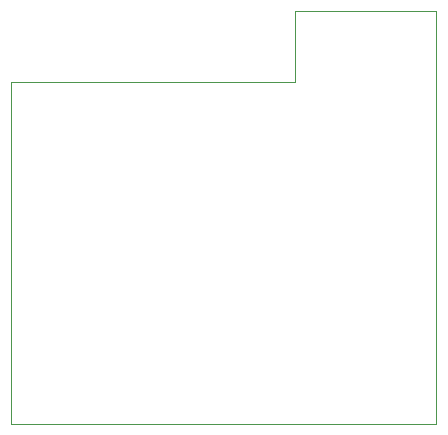
<source format=gbr>
%TF.GenerationSoftware,KiCad,Pcbnew,(5.1.9-0-10_14)*%
%TF.CreationDate,2021-06-19T14:41:24+01:00*%
%TF.ProjectId,Bell,42656c6c-2e6b-4696-9361-645f70636258,1*%
%TF.SameCoordinates,Original*%
%TF.FileFunction,Profile,NP*%
%FSLAX46Y46*%
G04 Gerber Fmt 4.6, Leading zero omitted, Abs format (unit mm)*
G04 Created by KiCad (PCBNEW (5.1.9-0-10_14)) date 2021-06-19 14:41:24*
%MOMM*%
%LPD*%
G01*
G04 APERTURE LIST*
%TA.AperFunction,Profile*%
%ADD10C,0.100000*%
%TD*%
G04 APERTURE END LIST*
D10*
X108000000Y-68000000D02*
X108000000Y-33000000D01*
X72000000Y-68000000D02*
X108000000Y-68000000D01*
X72000000Y-39000000D02*
X72000000Y-68000000D01*
X96000000Y-39000000D02*
X72000000Y-39000000D01*
X96000000Y-33000000D02*
X96000000Y-39000000D01*
X108000000Y-33000000D02*
X96000000Y-33000000D01*
M02*

</source>
